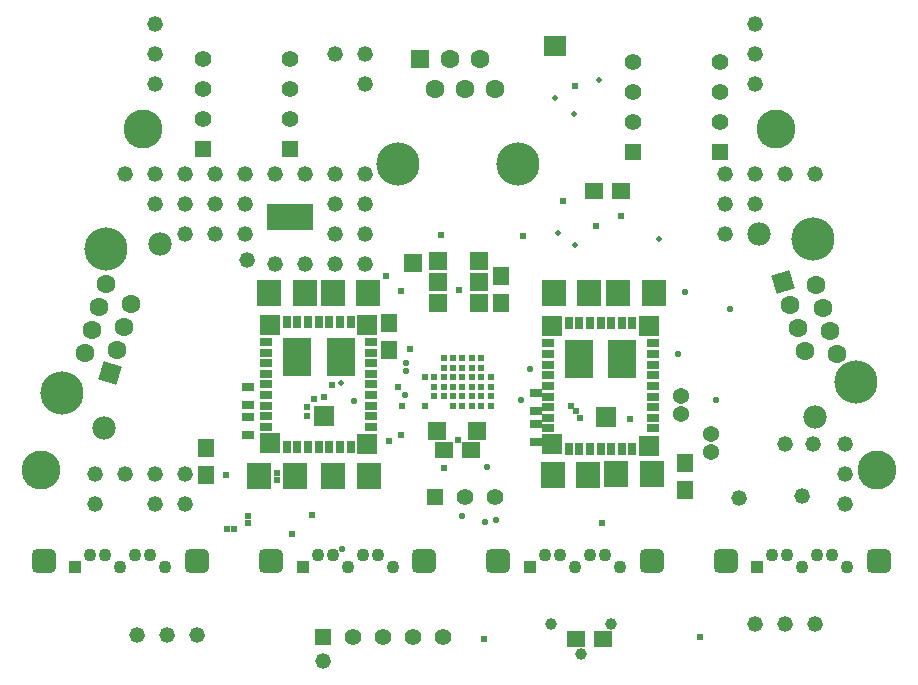
<source format=gbs>
%FSLAX25Y25*%
%MOIN*%
G70*
G01*
G75*
G04 Layer_Color=16711935*
%ADD10C,0.01155*%
%ADD11C,0.01150*%
%ADD12R,0.07087X0.06299*%
%ADD13C,0.02000*%
%ADD14R,0.01378X0.05512*%
%ADD15R,0.15000X0.08500*%
%ADD16R,0.02756X0.01575*%
%ADD17R,0.03543X0.02756*%
%ADD18R,0.06496X0.00984*%
%ADD19R,0.06496X0.00984*%
%ADD20R,0.06000X0.06000*%
%ADD21R,0.02756X0.03543*%
%ADD22R,0.05000X0.06000*%
%ADD23R,0.06000X0.05000*%
%ADD24C,0.02500*%
%ADD25C,0.00448*%
%ADD26C,0.00403*%
%ADD27C,0.00500*%
%ADD28C,0.00807*%
%ADD29C,0.00500*%
%ADD30C,0.00669*%
%ADD31C,0.00800*%
%ADD32C,0.00400*%
%ADD33C,0.02000*%
%ADD34C,0.00600*%
%ADD35R,0.05906X0.05906*%
%ADD36C,0.05906*%
%ADD37C,0.14000*%
%ADD38C,0.07400*%
%ADD39P,0.08352X4X152.0*%
%ADD40P,0.08352X4X298.0*%
%ADD41C,0.05000*%
%ADD42R,0.02362X0.03740*%
%ADD43C,0.03000*%
%ADD44C,0.04000*%
%ADD45P,0.02165X8X22.5*%
%ADD46R,0.03740X0.02362*%
%ADD47C,0.05200*%
%ADD48R,0.05200X0.05200*%
%ADD49R,0.03937X0.03937*%
%ADD50C,0.03937*%
G04:AMPARAMS|DCode=51|XSize=78.74mil|YSize=78.74mil|CornerRadius=19.69mil|HoleSize=0mil|Usage=FLASHONLY|Rotation=0.000|XOffset=0mil|YOffset=0mil|HoleType=Round|Shape=RoundedRectangle|*
%AMROUNDEDRECTD51*
21,1,0.07874,0.03937,0,0,0.0*
21,1,0.03937,0.07874,0,0,0.0*
1,1,0.03937,0.01969,-0.01969*
1,1,0.03937,-0.01969,-0.01969*
1,1,0.03937,-0.01969,0.01969*
1,1,0.03937,0.01969,0.01969*
%
%ADD51ROUNDEDRECTD51*%
%ADD52C,0.03500*%
%ADD53R,0.05200X0.05200*%
%ADD54R,0.02000X0.02000*%
%ADD55C,0.13000*%
%ADD56C,0.01800*%
%ADD57C,0.04000*%
%ADD58C,0.05543*%
%ADD59C,0.14800*%
%ADD60C,0.08200*%
%ADD61C,0.05500*%
G04:AMPARAMS|DCode=62|XSize=68mil|YSize=68mil|CornerRadius=0mil|HoleSize=0mil|Usage=FLASHONLY|Rotation=0.000|XOffset=0mil|YOffset=0mil|HoleType=Round|Shape=Relief|Width=10mil|Gap=10mil|Entries=4|*
%AMTHD62*
7,0,0,0.06800,0.04800,0.01000,45*
%
%ADD62THD62*%
%ADD63C,0.04500*%
%ADD64C,0.02800*%
G04:AMPARAMS|DCode=65|XSize=40mil|YSize=40mil|CornerRadius=0mil|HoleSize=0mil|Usage=FLASHONLY|Rotation=0.000|XOffset=0mil|YOffset=0mil|HoleType=Round|Shape=Relief|Width=6mil|Gap=8mil|Entries=4|*
%AMTHD65*
7,0,0,0.04000,0.02400,0.00600,45*
%
%ADD65THD65*%
G04:AMPARAMS|DCode=66|XSize=52mil|YSize=52mil|CornerRadius=0mil|HoleSize=0mil|Usage=FLASHONLY|Rotation=0.000|XOffset=0mil|YOffset=0mil|HoleType=Round|Shape=Relief|Width=6mil|Gap=8mil|Entries=4|*
%AMTHD66*
7,0,0,0.05200,0.03600,0.00600,45*
%
%ADD66THD66*%
%ADD67C,0.05800*%
G04:AMPARAMS|DCode=68|XSize=20mil|YSize=20mil|CornerRadius=0mil|HoleSize=0mil|Usage=FLASHONLY|Rotation=0.000|XOffset=0mil|YOffset=0mil|HoleType=Round|Shape=Relief|Width=4mil|Gap=3mil|Entries=4|*
%AMTHD68*
7,0,0,0.02000,0.01400,0.00400,45*
%
%ADD68THD68*%
%ADD69C,0.04913*%
%ADD70C,0.07315*%
%ADD71C,0.04200*%
%ADD72C,0.11600*%
%ADD73C,0.01297*%
%ADD74C,0.00918*%
%ADD75C,0.00390*%
%ADD76R,0.07874X0.08661*%
%ADD77R,0.06000X0.06000*%
%ADD78C,0.01500*%
G04:AMPARAMS|DCode=79|XSize=98mil|YSize=98mil|CornerRadius=0mil|HoleSize=0mil|Usage=FLASHONLY|Rotation=0.000|XOffset=0mil|YOffset=0mil|HoleType=Round|Shape=Relief|Width=10mil|Gap=10mil|Entries=4|*
%AMTHD79*
7,0,0,0.09800,0.07800,0.01000,45*
%
%ADD79THD79*%
%ADD80R,0.07874X0.08661*%
%ADD81R,0.09252X0.12205*%
%ADD82R,0.06299X0.06693*%
%ADD83R,0.06299X0.06693*%
%ADD84C,0.01000*%
%ADD85C,0.00375*%
%ADD86R,0.02000X0.01000*%
%ADD87R,0.07000X0.19000*%
%ADD88R,0.01000X0.14000*%
%ADD89R,0.05000X0.15000*%
%ADD90R,0.02000X0.01500*%
%ADD91R,0.06000X0.03500*%
%ADD92R,0.00500X0.01500*%
%ADD93R,0.01500X0.03000*%
%ADD94R,0.07500X0.26000*%
%ADD95R,0.02362X0.03740*%
%ADD96R,0.02362X0.03740*%
%ADD97R,0.02362X0.03740*%
%ADD98R,0.02362X0.03740*%
%ADD99R,0.03740X0.02362*%
%ADD100R,0.03740X0.02362*%
%ADD101R,0.06000X0.02760*%
%ADD102R,0.02107X0.03100*%
%ADD103R,0.05000X0.14260*%
%ADD104R,0.01000X0.13760*%
%ADD105R,0.02000X0.02000*%
%ADD106C,0.00984*%
%ADD107C,0.00787*%
%ADD108C,0.00394*%
%ADD109C,0.01200*%
%ADD110R,0.07487X0.06699*%
%ADD111C,0.02400*%
%ADD112R,0.01778X0.05912*%
%ADD113R,0.15400X0.08900*%
%ADD114R,0.03156X0.01975*%
%ADD115R,0.03943X0.03156*%
%ADD116R,0.06896X0.01384*%
%ADD117R,0.06896X0.01384*%
%ADD118R,0.06400X0.06400*%
%ADD119R,0.03156X0.03943*%
%ADD120R,0.05400X0.06400*%
%ADD121R,0.06400X0.05400*%
%ADD122R,0.06306X0.06306*%
%ADD123C,0.06306*%
%ADD124C,0.14400*%
%ADD125C,0.07800*%
%ADD126P,0.08917X4X152.0*%
%ADD127P,0.08917X4X298.0*%
%ADD128C,0.05400*%
%ADD129R,0.02762X0.04140*%
%ADD130C,0.03400*%
%ADD131C,0.04400*%
%ADD132P,0.02598X8X22.5*%
%ADD133R,0.04140X0.02762*%
%ADD134C,0.05600*%
%ADD135R,0.05600X0.05600*%
%ADD136R,0.04337X0.04337*%
%ADD137C,0.04337*%
G04:AMPARAMS|DCode=138|XSize=82.74mil|YSize=82.74mil|CornerRadius=21.69mil|HoleSize=0mil|Usage=FLASHONLY|Rotation=0.000|XOffset=0mil|YOffset=0mil|HoleType=Round|Shape=RoundedRectangle|*
%AMROUNDEDRECTD138*
21,1,0.08274,0.03937,0,0,0.0*
21,1,0.03937,0.08274,0,0,0.0*
1,1,0.04337,0.01969,-0.01969*
1,1,0.04337,-0.01969,-0.01969*
1,1,0.04337,-0.01969,0.01969*
1,1,0.04337,0.01969,0.01969*
%
%ADD138ROUNDEDRECTD138*%
%ADD139C,0.03900*%
%ADD140R,0.05600X0.05600*%
%ADD141R,0.02400X0.02400*%
%ADD142C,0.02200*%
%ADD143R,0.08274X0.09061*%
%ADD144R,0.09652X0.12605*%
%ADD145R,0.06699X0.07093*%
%ADD146R,0.06699X0.07093*%
%ADD147R,0.08274X0.09061*%
%ADD148R,0.06400X0.06400*%
%ADD149R,0.02400X0.02400*%
D13*
X283528Y256000D02*
D03*
X291528Y310800D02*
D03*
X283428Y299500D02*
D03*
X205528Y210000D02*
D03*
X311804Y257776D02*
D03*
X278028Y260000D02*
D03*
X277028Y305000D02*
D03*
D47*
X137728Y125800D02*
D03*
X147728D02*
D03*
X157728D02*
D03*
X199828Y117300D02*
D03*
X203528Y319500D02*
D03*
X213528D02*
D03*
X133528Y279500D02*
D03*
X143528D02*
D03*
X153528D02*
D03*
X163528D02*
D03*
X173528D02*
D03*
X183528D02*
D03*
X193528D02*
D03*
X203528D02*
D03*
Y269500D02*
D03*
X173528D02*
D03*
X163528D02*
D03*
X153528D02*
D03*
X143528D02*
D03*
X153528Y259500D02*
D03*
X163528D02*
D03*
X173528D02*
D03*
X203528D02*
D03*
X143528Y309500D02*
D03*
Y319500D02*
D03*
Y329500D02*
D03*
X213528Y279500D02*
D03*
Y269500D02*
D03*
Y259500D02*
D03*
Y249500D02*
D03*
X203528D02*
D03*
X193528D02*
D03*
X183528D02*
D03*
X174328Y250800D02*
D03*
X333528Y279500D02*
D03*
X343528D02*
D03*
X353528D02*
D03*
X363528D02*
D03*
X333528Y269500D02*
D03*
X343528D02*
D03*
X333528Y259500D02*
D03*
X343528Y129500D02*
D03*
X353528D02*
D03*
X363528D02*
D03*
X123528Y179500D02*
D03*
X133528D02*
D03*
X143528D02*
D03*
X153528D02*
D03*
X123528Y169500D02*
D03*
X143528D02*
D03*
X153528D02*
D03*
X363128Y189500D02*
D03*
X359328Y172100D02*
D03*
X373528Y179500D02*
D03*
Y169500D02*
D03*
X338328Y171600D02*
D03*
X353528Y189500D02*
D03*
X373528D02*
D03*
X213528Y309500D02*
D03*
X343528Y329500D02*
D03*
Y319500D02*
D03*
Y309500D02*
D03*
D55*
X139849Y294500D02*
D03*
X350528Y294531D02*
D03*
X384418Y181000D02*
D03*
X105820D02*
D03*
D110*
X277028Y322312D02*
D03*
D111*
X325228Y125300D02*
D03*
X255626Y202402D02*
D03*
X249327D02*
D03*
X252477D02*
D03*
X239878Y218150D02*
D03*
X243028D02*
D03*
X246178D02*
D03*
X249327D02*
D03*
X252477D02*
D03*
X239878Y215000D02*
D03*
X243028D02*
D03*
X246178D02*
D03*
X249327D02*
D03*
X252477D02*
D03*
X233579Y211850D02*
D03*
X236729D02*
D03*
X239878D02*
D03*
X243028D02*
D03*
X246178D02*
D03*
X249327D02*
D03*
X252477D02*
D03*
X255626D02*
D03*
X236729Y208701D02*
D03*
X239878D02*
D03*
X243028D02*
D03*
X246178D02*
D03*
X249327D02*
D03*
X252477D02*
D03*
X255626D02*
D03*
X236729Y205551D02*
D03*
X239878D02*
D03*
X243028D02*
D03*
X246178D02*
D03*
X249327D02*
D03*
X252477D02*
D03*
X255626D02*
D03*
X233579Y202402D02*
D03*
X243028D02*
D03*
X246178D02*
D03*
X196028Y165900D02*
D03*
X292828Y163200D02*
D03*
X285328Y198100D02*
D03*
X184428Y177500D02*
D03*
Y179900D02*
D03*
X167228Y179100D02*
D03*
X194328Y199000D02*
D03*
X196528Y204600D02*
D03*
X194228Y202000D02*
D03*
X200028Y205100D02*
D03*
X284027Y200602D02*
D03*
X282329Y202299D02*
D03*
X202628Y209100D02*
D03*
X283528Y308800D02*
D03*
X301928Y198000D02*
D03*
X189228Y159700D02*
D03*
X174728Y165700D02*
D03*
Y163300D02*
D03*
X167528Y161300D02*
D03*
X169928D02*
D03*
X266328Y259000D02*
D03*
X253328Y124700D02*
D03*
X224828Y208500D02*
D03*
X299028Y265500D02*
D03*
X244528Y191000D02*
D03*
X225628Y192628D02*
D03*
X226126Y202402D02*
D03*
X225528Y240500D02*
D03*
X238900Y259400D02*
D03*
X279600Y270700D02*
D03*
X220528Y245500D02*
D03*
X245028Y241000D02*
D03*
X228600Y221400D02*
D03*
X290675Y262425D02*
D03*
D113*
X188528Y265400D02*
D03*
D115*
X270528Y190400D02*
D03*
Y196306D02*
D03*
X174528Y192547D02*
D03*
X270528Y200547D02*
D03*
Y206453D02*
D03*
X174528Y198453D02*
D03*
Y202547D02*
D03*
Y208453D02*
D03*
D118*
X229528Y250000D02*
D03*
D120*
X259028Y236500D02*
D03*
Y245500D02*
D03*
X160728Y179300D02*
D03*
Y188300D02*
D03*
X320328Y183200D02*
D03*
Y174200D02*
D03*
X221528Y229800D02*
D03*
Y220800D02*
D03*
D121*
X293028Y124500D02*
D03*
X284028D02*
D03*
X240028Y187500D02*
D03*
X249028D02*
D03*
X290028Y274000D02*
D03*
X299028D02*
D03*
D122*
X232028Y318000D02*
D03*
D123*
X257028Y308000D02*
D03*
X252028Y318000D02*
D03*
X242028D02*
D03*
X247028Y308000D02*
D03*
X237028D02*
D03*
X355523Y235823D02*
D03*
X357862Y228172D02*
D03*
X366256Y234921D02*
D03*
X368595Y227271D02*
D03*
X360201Y220522D02*
D03*
X363917Y242572D02*
D03*
X370934Y219620D02*
D03*
X127451Y242900D02*
D03*
X120434Y219949D02*
D03*
X135845Y236151D02*
D03*
X125112Y235250D02*
D03*
X122773Y227599D02*
D03*
X133506Y228501D02*
D03*
X131167Y220850D02*
D03*
D124*
X224528Y283000D02*
D03*
X264528D02*
D03*
X362878Y257940D02*
D03*
X377497Y210124D02*
D03*
X127320Y254443D02*
D03*
X112702Y206628D02*
D03*
D125*
X344862Y259751D02*
D03*
X363573Y198548D02*
D03*
X145337Y256254D02*
D03*
X126626Y195051D02*
D03*
D126*
X353185Y243473D02*
D03*
D127*
X128828Y213200D02*
D03*
D128*
X329028Y186900D02*
D03*
Y193000D02*
D03*
X318928Y205600D02*
D03*
Y199600D02*
D03*
D129*
X299300Y187980D02*
D03*
X295756D02*
D03*
X302843D02*
D03*
Y229909D02*
D03*
X299300D02*
D03*
X295756D02*
D03*
X292213D02*
D03*
X285126Y187980D02*
D03*
X288670D02*
D03*
X292213D02*
D03*
X198256Y188469D02*
D03*
X194713D02*
D03*
X191170D02*
D03*
X198256Y230398D02*
D03*
X201800D02*
D03*
X205343D02*
D03*
X208886D02*
D03*
X205343Y188469D02*
D03*
X201800D02*
D03*
X208886D02*
D03*
X187626D02*
D03*
X281583Y187980D02*
D03*
X288670Y229909D02*
D03*
X281583D02*
D03*
X285126D02*
D03*
X191170Y230398D02*
D03*
X187626D02*
D03*
X194713D02*
D03*
D133*
X274792Y212488D02*
D03*
X309634Y194772D02*
D03*
Y198315D02*
D03*
Y201858D02*
D03*
Y205402D02*
D03*
Y208945D02*
D03*
Y212488D02*
D03*
Y216032D02*
D03*
Y219575D02*
D03*
Y223118D02*
D03*
X274792Y208945D02*
D03*
Y201858D02*
D03*
Y198315D02*
D03*
Y194772D02*
D03*
Y205402D02*
D03*
X180835Y205890D02*
D03*
Y195260D02*
D03*
Y198803D02*
D03*
Y202347D02*
D03*
Y209433D02*
D03*
X215678Y223606D02*
D03*
Y220063D02*
D03*
Y216520D02*
D03*
Y212976D02*
D03*
Y209433D02*
D03*
Y205890D02*
D03*
Y202347D02*
D03*
Y198803D02*
D03*
Y195260D02*
D03*
X274792Y223118D02*
D03*
Y219575D02*
D03*
Y216032D02*
D03*
X180835Y216520D02*
D03*
Y220063D02*
D03*
Y223606D02*
D03*
Y212976D02*
D03*
D134*
X239828Y125400D02*
D03*
X229828D02*
D03*
X219828D02*
D03*
X209828D02*
D03*
X247028Y172000D02*
D03*
X257028D02*
D03*
X159528Y298000D02*
D03*
Y308000D02*
D03*
Y318000D02*
D03*
X188528Y298000D02*
D03*
Y308000D02*
D03*
Y318000D02*
D03*
X303028Y297000D02*
D03*
Y307000D02*
D03*
Y317000D02*
D03*
X332028Y297000D02*
D03*
Y307000D02*
D03*
Y317000D02*
D03*
D135*
X199828Y125400D02*
D03*
X237028Y172000D02*
D03*
D136*
X117040Y148532D02*
D03*
X192865D02*
D03*
X268691D02*
D03*
X344516D02*
D03*
D137*
X147040D02*
D03*
X142040Y152469D02*
D03*
X122040D02*
D03*
X137040D02*
D03*
X132040Y148532D02*
D03*
X127040Y152469D02*
D03*
X222865Y148532D02*
D03*
X217865Y152469D02*
D03*
X197865D02*
D03*
X212865D02*
D03*
X207865Y148532D02*
D03*
X202865Y152469D02*
D03*
X298691Y148532D02*
D03*
X293691Y152469D02*
D03*
X273691D02*
D03*
X288691D02*
D03*
X283691Y148532D02*
D03*
X278691Y152469D02*
D03*
X374516Y148532D02*
D03*
X369516Y152469D02*
D03*
X349516D02*
D03*
X364516D02*
D03*
X359516Y148532D02*
D03*
X354516Y152469D02*
D03*
D138*
X157552Y150500D02*
D03*
X106528D02*
D03*
X233377D02*
D03*
X182353D02*
D03*
X309203D02*
D03*
X258179D02*
D03*
X385028D02*
D03*
X334004D02*
D03*
D139*
X275528Y129500D02*
D03*
X295528D02*
D03*
X285528Y119500D02*
D03*
D140*
X159528Y288000D02*
D03*
X188528D02*
D03*
X303028Y287000D02*
D03*
X332028D02*
D03*
D141*
X240028Y181500D02*
D03*
D142*
X317928Y219600D02*
D03*
X330628Y204400D02*
D03*
X210028Y204000D02*
D03*
X206028Y154700D02*
D03*
X257428Y164100D02*
D03*
X254328Y181800D02*
D03*
X226928Y206000D02*
D03*
X253628Y163700D02*
D03*
X246128Y165600D02*
D03*
X265728Y204200D02*
D03*
X268628Y214600D02*
D03*
X320428Y240400D02*
D03*
X335428Y234700D02*
D03*
X227228Y216700D02*
D03*
Y213800D02*
D03*
D143*
X288134Y179300D02*
D03*
X297522Y179500D02*
D03*
D144*
X299496Y218000D02*
D03*
X205540Y218488D02*
D03*
X285028Y218000D02*
D03*
X191071Y218488D02*
D03*
D145*
X293985Y198512D02*
D03*
X200028Y199000D02*
D03*
D146*
X308355Y228827D02*
D03*
X276071Y189457D02*
D03*
X308355Y189063D02*
D03*
X214398Y189551D02*
D03*
X182115Y189945D02*
D03*
X214398Y229315D02*
D03*
X276071Y228827D02*
D03*
X182115Y229315D02*
D03*
D147*
X178522Y179000D02*
D03*
X309334Y179500D02*
D03*
X203122Y179000D02*
D03*
X276322Y179300D02*
D03*
X190334Y179000D02*
D03*
X214734Y239900D02*
D03*
X202922D02*
D03*
X309934Y240000D02*
D03*
X214934Y179000D02*
D03*
X181722Y239900D02*
D03*
X193534D02*
D03*
X298122Y240000D02*
D03*
X276622D02*
D03*
X288434D02*
D03*
D148*
X238028Y243500D02*
D03*
X251528D02*
D03*
Y236500D02*
D03*
X238028D02*
D03*
X251028Y194000D02*
D03*
X237528D02*
D03*
X238028Y250500D02*
D03*
X251528D02*
D03*
D149*
X221528Y190500D02*
D03*
M02*

</source>
